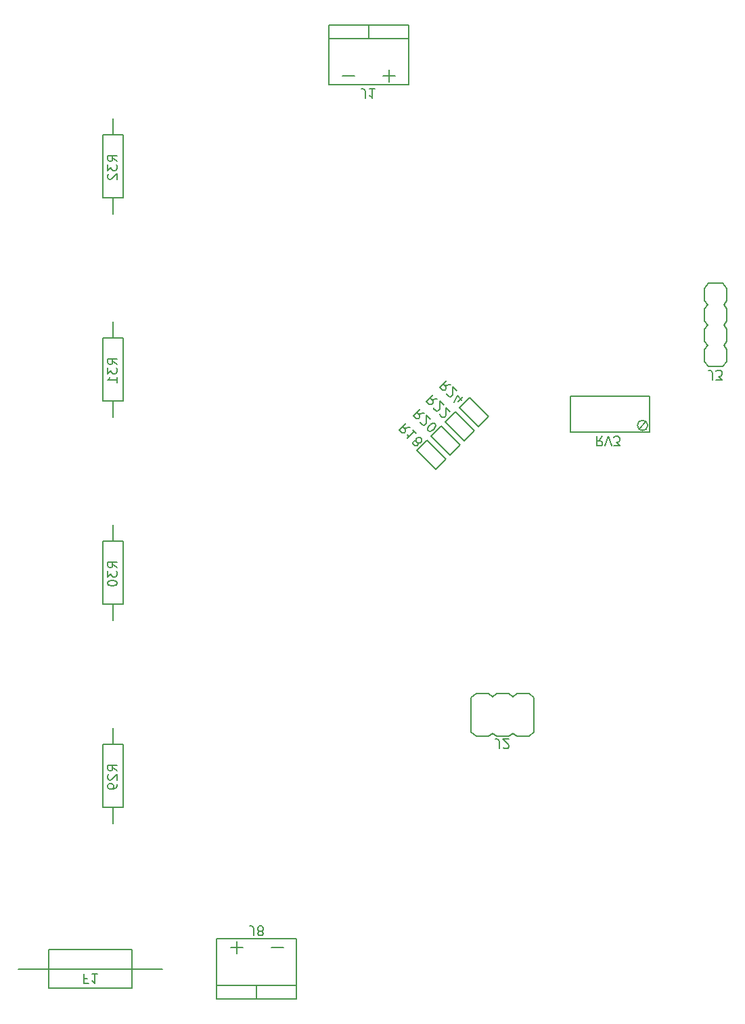
<source format=gbr>
G04 #@! TF.GenerationSoftware,KiCad,Pcbnew,(5.1.4)-1*
G04 #@! TF.CreationDate,2020-09-06T16:49:47-04:00*
G04 #@! TF.ProjectId,DC_LOAD_V02,44435f4c-4f41-4445-9f56-30322e6b6963,rev?*
G04 #@! TF.SameCoordinates,Original*
G04 #@! TF.FileFunction,Legend,Bot*
G04 #@! TF.FilePolarity,Positive*
%FSLAX46Y46*%
G04 Gerber Fmt 4.6, Leading zero omitted, Abs format (unit mm)*
G04 Created by KiCad (PCBNEW (5.1.4)-1) date 2020-09-06 16:49:47*
%MOMM*%
%LPD*%
G04 APERTURE LIST*
%ADD10C,0.150000*%
%ADD11C,0.200000*%
G04 APERTURE END LIST*
D10*
X233299000Y-148209000D02*
X233299000Y-143891000D01*
X233934000Y-148717000D02*
X233299000Y-148209000D01*
X235458000Y-148717000D02*
X233934000Y-148717000D01*
X235966000Y-148336000D02*
X235458000Y-148717000D01*
X236474000Y-148717000D02*
X235966000Y-148336000D01*
X237998000Y-148717000D02*
X236474000Y-148717000D01*
X238506000Y-148336000D02*
X237998000Y-148717000D01*
X239014000Y-148717000D02*
X238506000Y-148336000D01*
X240538000Y-148717000D02*
X239014000Y-148717000D01*
X241173000Y-148209000D02*
X240538000Y-148717000D01*
X241173000Y-143891000D02*
X241173000Y-148209000D01*
X240538000Y-143383000D02*
X241173000Y-143891000D01*
X239014000Y-143383000D02*
X240538000Y-143383000D01*
X238506000Y-143764000D02*
X239014000Y-143383000D01*
X237998000Y-143383000D02*
X238506000Y-143764000D01*
X236474000Y-143383000D02*
X237998000Y-143383000D01*
X235966000Y-143764000D02*
X236474000Y-143383000D01*
X235458000Y-143383000D02*
X235966000Y-143764000D01*
X233934000Y-143383000D02*
X235458000Y-143383000D01*
X233299000Y-143891000D02*
X233934000Y-143383000D01*
X262509000Y-92710000D02*
X263017000Y-92075000D01*
X262509000Y-94234000D02*
X262509000Y-92710000D01*
X262890000Y-94742000D02*
X262509000Y-94234000D01*
X262509000Y-95250000D02*
X262890000Y-94742000D01*
X262509000Y-96774000D02*
X262509000Y-95250000D01*
X262890000Y-97282000D02*
X262509000Y-96774000D01*
X262509000Y-97790000D02*
X262890000Y-97282000D01*
X262509000Y-99314000D02*
X262509000Y-97790000D01*
X262890000Y-99822000D02*
X262509000Y-99314000D01*
X262509000Y-100330000D02*
X262890000Y-99822000D01*
X262509000Y-101854000D02*
X262509000Y-100330000D01*
X263017000Y-102489000D02*
X262509000Y-101854000D01*
X264795000Y-102489000D02*
X263017000Y-102489000D01*
X265303000Y-101854000D02*
X264795000Y-102489000D01*
X265303000Y-100330000D02*
X265303000Y-101854000D01*
X264922000Y-99822000D02*
X265303000Y-100330000D01*
X265303000Y-99314000D02*
X264922000Y-99822000D01*
X265303000Y-97790000D02*
X265303000Y-99314000D01*
X264922000Y-97282000D02*
X265303000Y-97790000D01*
X265303000Y-96774000D02*
X264922000Y-97282000D01*
X265303000Y-95250000D02*
X265303000Y-96774000D01*
X264922000Y-94742000D02*
X265303000Y-95250000D01*
X265303000Y-94234000D02*
X264922000Y-94742000D01*
X265303000Y-92710000D02*
X265303000Y-94234000D01*
X264795000Y-92075000D02*
X265303000Y-92710000D01*
X263017000Y-92075000D02*
X264795000Y-92075000D01*
D11*
X236836000Y-150263142D02*
X236836000Y-149406000D01*
X236778857Y-149234571D01*
X236664571Y-149120285D01*
X236493142Y-149063142D01*
X236378857Y-149063142D01*
X237350285Y-150148857D02*
X237407428Y-150206000D01*
X237521714Y-150263142D01*
X237807428Y-150263142D01*
X237921714Y-150206000D01*
X237978857Y-150148857D01*
X238036000Y-150034571D01*
X238036000Y-149920285D01*
X237978857Y-149748857D01*
X237293142Y-149063142D01*
X238036000Y-149063142D01*
X249729714Y-111217142D02*
X249329714Y-111788571D01*
X249044000Y-111217142D02*
X249044000Y-112417142D01*
X249501142Y-112417142D01*
X249615428Y-112360000D01*
X249672571Y-112302857D01*
X249729714Y-112188571D01*
X249729714Y-112017142D01*
X249672571Y-111902857D01*
X249615428Y-111845714D01*
X249501142Y-111788571D01*
X249044000Y-111788571D01*
X250072571Y-112417142D02*
X250472571Y-111217142D01*
X250872571Y-112417142D01*
X251158285Y-112417142D02*
X251901142Y-112417142D01*
X251501142Y-111960000D01*
X251672571Y-111960000D01*
X251786857Y-111902857D01*
X251844000Y-111845714D01*
X251901142Y-111731428D01*
X251901142Y-111445714D01*
X251844000Y-111331428D01*
X251786857Y-111274285D01*
X251672571Y-111217142D01*
X251329714Y-111217142D01*
X251215428Y-111274285D01*
X251158285Y-111331428D01*
X263506000Y-104162142D02*
X263506000Y-103305000D01*
X263448857Y-103133571D01*
X263334571Y-103019285D01*
X263163142Y-102962142D01*
X263048857Y-102962142D01*
X263963142Y-104162142D02*
X264706000Y-104162142D01*
X264306000Y-103705000D01*
X264477428Y-103705000D01*
X264591714Y-103647857D01*
X264648857Y-103590714D01*
X264706000Y-103476428D01*
X264706000Y-103190714D01*
X264648857Y-103076428D01*
X264591714Y-103019285D01*
X264477428Y-102962142D01*
X264134571Y-102962142D01*
X264020285Y-103019285D01*
X263963142Y-103076428D01*
X220072000Y-68983142D02*
X220072000Y-68126000D01*
X220014857Y-67954571D01*
X219900571Y-67840285D01*
X219729142Y-67783142D01*
X219614857Y-67783142D01*
X221272000Y-67783142D02*
X220586285Y-67783142D01*
X220929142Y-67783142D02*
X220929142Y-68983142D01*
X220814857Y-68811714D01*
X220700571Y-68697428D01*
X220586285Y-68640285D01*
X206102000Y-173631142D02*
X206102000Y-172774000D01*
X206044857Y-172602571D01*
X205930571Y-172488285D01*
X205759142Y-172431142D01*
X205644857Y-172431142D01*
X206844857Y-173116857D02*
X206730571Y-173174000D01*
X206673428Y-173231142D01*
X206616285Y-173345428D01*
X206616285Y-173402571D01*
X206673428Y-173516857D01*
X206730571Y-173574000D01*
X206844857Y-173631142D01*
X207073428Y-173631142D01*
X207187714Y-173574000D01*
X207244857Y-173516857D01*
X207302000Y-173402571D01*
X207302000Y-173345428D01*
X207244857Y-173231142D01*
X207187714Y-173174000D01*
X207073428Y-173116857D01*
X206844857Y-173116857D01*
X206730571Y-173059714D01*
X206673428Y-173002571D01*
X206616285Y-172888285D01*
X206616285Y-172659714D01*
X206673428Y-172545428D01*
X206730571Y-172488285D01*
X206844857Y-172431142D01*
X207073428Y-172431142D01*
X207187714Y-172488285D01*
X207244857Y-172545428D01*
X207302000Y-172659714D01*
X207302000Y-172888285D01*
X207244857Y-173002571D01*
X207187714Y-173059714D01*
X207073428Y-173116857D01*
X218693904Y-66182857D02*
X217170095Y-66182857D01*
X222250095Y-66182857D02*
X223773904Y-66182857D01*
X223012000Y-66944761D02*
X223012000Y-65420952D01*
D10*
X220522800Y-59766200D02*
X220522800Y-61391800D01*
X215519000Y-61468000D02*
X225475800Y-61468000D01*
X225501200Y-59766200D02*
X215519000Y-59766200D01*
X225501200Y-67233800D02*
X225501200Y-59766200D01*
X215519000Y-67233800D02*
X225501200Y-67233800D01*
X215519000Y-59766200D02*
X215519000Y-67233800D01*
X254355600Y-110261400D02*
X255168400Y-109448600D01*
X255408578Y-109850619D02*
G75*
G03X255408578Y-109850619I-646578J0D01*
G01*
X255651000Y-106222800D02*
X245745000Y-106222800D01*
X255651000Y-110693200D02*
X255651000Y-106222800D01*
X245745000Y-110693200D02*
X255651000Y-110693200D01*
X245745000Y-106222800D02*
X245745000Y-110693200D01*
X206451200Y-179882800D02*
X206451200Y-181533800D01*
X201498200Y-179832000D02*
X211480400Y-179832000D01*
D11*
X204723904Y-175148857D02*
X203200095Y-175148857D01*
X203962000Y-175910761D02*
X203962000Y-174386952D01*
X208280095Y-175148857D02*
X209803904Y-175148857D01*
D10*
X211480400Y-174040800D02*
X201447400Y-174040800D01*
X211480400Y-181559200D02*
X211480400Y-174040800D01*
X201447400Y-181559200D02*
X211480400Y-181559200D01*
X201447400Y-174040800D02*
X201447400Y-181559200D01*
D11*
X185274000Y-179028714D02*
X184874000Y-179028714D01*
X184874000Y-178400142D02*
X184874000Y-179600142D01*
X185445428Y-179600142D01*
X186531142Y-178400142D02*
X185845428Y-178400142D01*
X186188285Y-178400142D02*
X186188285Y-179600142D01*
X186074000Y-179428714D01*
X185959714Y-179314428D01*
X185845428Y-179257285D01*
D10*
X180467000Y-177800000D02*
X190881000Y-177800000D01*
X190881000Y-180213000D02*
X180467000Y-180213000D01*
X190881000Y-177800000D02*
X190881000Y-180213000D01*
X180467000Y-180213000D02*
X180467000Y-177800000D01*
X190881000Y-175387000D02*
X190881000Y-177800000D01*
X180467000Y-175387000D02*
X190881000Y-175387000D01*
X180467000Y-177800000D02*
X180467000Y-175387000D01*
X194691000Y-177800000D02*
X190881000Y-177800000D01*
X176657000Y-177800000D02*
X180467000Y-177800000D01*
D11*
X189010857Y-76825571D02*
X188439428Y-76425571D01*
X189010857Y-76139857D02*
X187810857Y-76139857D01*
X187810857Y-76597000D01*
X187868000Y-76711285D01*
X187925142Y-76768428D01*
X188039428Y-76825571D01*
X188210857Y-76825571D01*
X188325142Y-76768428D01*
X188382285Y-76711285D01*
X188439428Y-76597000D01*
X188439428Y-76139857D01*
X187810857Y-77225571D02*
X187810857Y-77968428D01*
X188268000Y-77568428D01*
X188268000Y-77739857D01*
X188325142Y-77854142D01*
X188382285Y-77911285D01*
X188496571Y-77968428D01*
X188782285Y-77968428D01*
X188896571Y-77911285D01*
X188953714Y-77854142D01*
X189010857Y-77739857D01*
X189010857Y-77397000D01*
X188953714Y-77282714D01*
X188896571Y-77225571D01*
X187925142Y-78425571D02*
X187868000Y-78482714D01*
X187810857Y-78597000D01*
X187810857Y-78882714D01*
X187868000Y-78997000D01*
X187925142Y-79054142D01*
X188039428Y-79111285D01*
X188153714Y-79111285D01*
X188325142Y-79054142D01*
X189010857Y-78368428D01*
X189010857Y-79111285D01*
D10*
X188468000Y-73533000D02*
X187198000Y-73533000D01*
X188468000Y-83439000D02*
X188468000Y-81407000D01*
X188468000Y-73533000D02*
X189738000Y-73533000D01*
X188468000Y-81407000D02*
X189738000Y-81407000D01*
X188468000Y-81407000D02*
X187198000Y-81407000D01*
X189738000Y-73533000D02*
X189738000Y-81407000D01*
X188468000Y-73533000D02*
X188468000Y-71501000D01*
X187198000Y-81407000D02*
X187198000Y-73533000D01*
D11*
X189010857Y-153025571D02*
X188439428Y-152625571D01*
X189010857Y-152339857D02*
X187810857Y-152339857D01*
X187810857Y-152797000D01*
X187868000Y-152911285D01*
X187925142Y-152968428D01*
X188039428Y-153025571D01*
X188210857Y-153025571D01*
X188325142Y-152968428D01*
X188382285Y-152911285D01*
X188439428Y-152797000D01*
X188439428Y-152339857D01*
X187925142Y-153482714D02*
X187868000Y-153539857D01*
X187810857Y-153654142D01*
X187810857Y-153939857D01*
X187868000Y-154054142D01*
X187925142Y-154111285D01*
X188039428Y-154168428D01*
X188153714Y-154168428D01*
X188325142Y-154111285D01*
X189010857Y-153425571D01*
X189010857Y-154168428D01*
X189010857Y-154739857D02*
X189010857Y-154968428D01*
X188953714Y-155082714D01*
X188896571Y-155139857D01*
X188725142Y-155254142D01*
X188496571Y-155311285D01*
X188039428Y-155311285D01*
X187925142Y-155254142D01*
X187868000Y-155197000D01*
X187810857Y-155082714D01*
X187810857Y-154854142D01*
X187868000Y-154739857D01*
X187925142Y-154682714D01*
X188039428Y-154625571D01*
X188325142Y-154625571D01*
X188439428Y-154682714D01*
X188496571Y-154739857D01*
X188553714Y-154854142D01*
X188553714Y-155082714D01*
X188496571Y-155197000D01*
X188439428Y-155254142D01*
X188325142Y-155311285D01*
D10*
X188468000Y-149733000D02*
X187198000Y-149733000D01*
X188468000Y-159639000D02*
X188468000Y-157607000D01*
X188468000Y-149733000D02*
X189738000Y-149733000D01*
X188468000Y-157607000D02*
X189738000Y-157607000D01*
X188468000Y-157607000D02*
X187198000Y-157607000D01*
X189738000Y-149733000D02*
X189738000Y-157607000D01*
X188468000Y-149733000D02*
X188468000Y-147701000D01*
X187198000Y-157607000D02*
X187198000Y-149733000D01*
D11*
X189010857Y-127625571D02*
X188439428Y-127225571D01*
X189010857Y-126939857D02*
X187810857Y-126939857D01*
X187810857Y-127397000D01*
X187868000Y-127511285D01*
X187925142Y-127568428D01*
X188039428Y-127625571D01*
X188210857Y-127625571D01*
X188325142Y-127568428D01*
X188382285Y-127511285D01*
X188439428Y-127397000D01*
X188439428Y-126939857D01*
X187810857Y-128025571D02*
X187810857Y-128768428D01*
X188268000Y-128368428D01*
X188268000Y-128539857D01*
X188325142Y-128654142D01*
X188382285Y-128711285D01*
X188496571Y-128768428D01*
X188782285Y-128768428D01*
X188896571Y-128711285D01*
X188953714Y-128654142D01*
X189010857Y-128539857D01*
X189010857Y-128197000D01*
X188953714Y-128082714D01*
X188896571Y-128025571D01*
X187810857Y-129511285D02*
X187810857Y-129625571D01*
X187868000Y-129739857D01*
X187925142Y-129797000D01*
X188039428Y-129854142D01*
X188268000Y-129911285D01*
X188553714Y-129911285D01*
X188782285Y-129854142D01*
X188896571Y-129797000D01*
X188953714Y-129739857D01*
X189010857Y-129625571D01*
X189010857Y-129511285D01*
X188953714Y-129397000D01*
X188896571Y-129339857D01*
X188782285Y-129282714D01*
X188553714Y-129225571D01*
X188268000Y-129225571D01*
X188039428Y-129282714D01*
X187925142Y-129339857D01*
X187868000Y-129397000D01*
X187810857Y-129511285D01*
D10*
X188468000Y-124333000D02*
X187198000Y-124333000D01*
X188468000Y-134239000D02*
X188468000Y-132207000D01*
X188468000Y-124333000D02*
X189738000Y-124333000D01*
X188468000Y-132207000D02*
X189738000Y-132207000D01*
X188468000Y-132207000D02*
X187198000Y-132207000D01*
X189738000Y-124333000D02*
X189738000Y-132207000D01*
X188468000Y-124333000D02*
X188468000Y-122301000D01*
X187198000Y-132207000D02*
X187198000Y-124333000D01*
D11*
X189010857Y-102225571D02*
X188439428Y-101825571D01*
X189010857Y-101539857D02*
X187810857Y-101539857D01*
X187810857Y-101997000D01*
X187868000Y-102111285D01*
X187925142Y-102168428D01*
X188039428Y-102225571D01*
X188210857Y-102225571D01*
X188325142Y-102168428D01*
X188382285Y-102111285D01*
X188439428Y-101997000D01*
X188439428Y-101539857D01*
X187810857Y-102625571D02*
X187810857Y-103368428D01*
X188268000Y-102968428D01*
X188268000Y-103139857D01*
X188325142Y-103254142D01*
X188382285Y-103311285D01*
X188496571Y-103368428D01*
X188782285Y-103368428D01*
X188896571Y-103311285D01*
X188953714Y-103254142D01*
X189010857Y-103139857D01*
X189010857Y-102797000D01*
X188953714Y-102682714D01*
X188896571Y-102625571D01*
X189010857Y-104511285D02*
X189010857Y-103825571D01*
X189010857Y-104168428D02*
X187810857Y-104168428D01*
X187982285Y-104054142D01*
X188096571Y-103939857D01*
X188153714Y-103825571D01*
D10*
X188468000Y-106807000D02*
X187198000Y-106807000D01*
X188468000Y-98933000D02*
X187198000Y-98933000D01*
X187198000Y-106807000D02*
X187198000Y-98933000D01*
X188468000Y-106807000D02*
X189738000Y-106807000D01*
X189738000Y-98933000D02*
X189738000Y-106807000D01*
X188468000Y-98933000D02*
X189738000Y-98933000D01*
X188468000Y-98933000D02*
X188468000Y-96901000D01*
X188468000Y-108839000D02*
X188468000Y-106807000D01*
X230142051Y-114076815D02*
X227807185Y-111741949D01*
X228884815Y-115334051D02*
X230142051Y-114076815D01*
X226549949Y-112999185D02*
X228884815Y-115334051D01*
X227807185Y-111741949D02*
X226549949Y-112999185D01*
X228327949Y-111221185D02*
X230662815Y-113556051D01*
X229585185Y-109963949D02*
X228327949Y-111221185D01*
X231920051Y-112298815D02*
X229585185Y-109963949D01*
X230662815Y-113556051D02*
X231920051Y-112298815D01*
X232440815Y-111778051D02*
X233698051Y-110520815D01*
X233698051Y-110520815D02*
X231363185Y-108185949D01*
X231363185Y-108185949D02*
X230105949Y-109443185D01*
X230105949Y-109443185D02*
X232440815Y-111778051D01*
X234218815Y-110000051D02*
X235476051Y-108742815D01*
X235476051Y-108742815D02*
X233141185Y-106407949D01*
X233141185Y-106407949D02*
X231883949Y-107665185D01*
X231883949Y-107665185D02*
X234218815Y-110000051D01*
D11*
X225644375Y-110068659D02*
X224957471Y-110189877D01*
X225159502Y-109583786D02*
X224310974Y-110432314D01*
X224634223Y-110755563D01*
X224755441Y-110795969D01*
X224836253Y-110795969D01*
X224957471Y-110755563D01*
X225078690Y-110634345D01*
X225119096Y-110513126D01*
X225119096Y-110432314D01*
X225078690Y-110311096D01*
X224755441Y-109987847D01*
X226452497Y-110876781D02*
X225967624Y-110391908D01*
X226210061Y-110634345D02*
X225361532Y-111482873D01*
X225401938Y-111280842D01*
X225401938Y-111119218D01*
X225361532Y-110997999D01*
X226452497Y-111846528D02*
X226331279Y-111806122D01*
X226250467Y-111806122D01*
X226129248Y-111846528D01*
X226088842Y-111886934D01*
X226048436Y-112008152D01*
X226048436Y-112088964D01*
X226088842Y-112210183D01*
X226250467Y-112371807D01*
X226371685Y-112412213D01*
X226452497Y-112412213D01*
X226573715Y-112371807D01*
X226614122Y-112331401D01*
X226654528Y-112210183D01*
X226654528Y-112129370D01*
X226614122Y-112008152D01*
X226452497Y-111846528D01*
X226412091Y-111725309D01*
X226412091Y-111644497D01*
X226452497Y-111523279D01*
X226614122Y-111361654D01*
X226735340Y-111321248D01*
X226816152Y-111321248D01*
X226937370Y-111361654D01*
X227098995Y-111523279D01*
X227139401Y-111644497D01*
X227139401Y-111725309D01*
X227098995Y-111846528D01*
X226937370Y-112008152D01*
X226816152Y-112048558D01*
X226735340Y-112048558D01*
X226614122Y-112008152D01*
X227422375Y-108290659D02*
X226735471Y-108411877D01*
X226937502Y-107805786D02*
X226088974Y-108654314D01*
X226412223Y-108977563D01*
X226533441Y-109017969D01*
X226614253Y-109017969D01*
X226735471Y-108977563D01*
X226856690Y-108856345D01*
X226897096Y-108735126D01*
X226897096Y-108654314D01*
X226856690Y-108533096D01*
X226533441Y-108209847D01*
X226977908Y-109381624D02*
X226977908Y-109462436D01*
X227018314Y-109583654D01*
X227220345Y-109785685D01*
X227341563Y-109826091D01*
X227422375Y-109826091D01*
X227543593Y-109785685D01*
X227624406Y-109704873D01*
X227705218Y-109543248D01*
X227705218Y-108573502D01*
X228230497Y-109098781D01*
X227907248Y-110472589D02*
X227988061Y-110553401D01*
X228109279Y-110593807D01*
X228190091Y-110593807D01*
X228311309Y-110553401D01*
X228513340Y-110432183D01*
X228715370Y-110230152D01*
X228836589Y-110028122D01*
X228876995Y-109906903D01*
X228876995Y-109826091D01*
X228836589Y-109704873D01*
X228755776Y-109624061D01*
X228634558Y-109583654D01*
X228553746Y-109583654D01*
X228432528Y-109624061D01*
X228230497Y-109745279D01*
X228028467Y-109947309D01*
X227907248Y-110149340D01*
X227866842Y-110270558D01*
X227866842Y-110351370D01*
X227907248Y-110472589D01*
X229073375Y-106512659D02*
X228386471Y-106633877D01*
X228588502Y-106027786D02*
X227739974Y-106876314D01*
X228063223Y-107199563D01*
X228184441Y-107239969D01*
X228265253Y-107239969D01*
X228386471Y-107199563D01*
X228507690Y-107078345D01*
X228548096Y-106957126D01*
X228548096Y-106876314D01*
X228507690Y-106755096D01*
X228184441Y-106431847D01*
X228628908Y-107603624D02*
X228628908Y-107684436D01*
X228669314Y-107805654D01*
X228871345Y-108007685D01*
X228992563Y-108048091D01*
X229073375Y-108048091D01*
X229194593Y-108007685D01*
X229275406Y-107926873D01*
X229356218Y-107765248D01*
X229356218Y-106795502D01*
X229881497Y-107320781D01*
X229437030Y-108411746D02*
X229437030Y-108492558D01*
X229477436Y-108613776D01*
X229679467Y-108815807D01*
X229800685Y-108856213D01*
X229881497Y-108856213D01*
X230002715Y-108815807D01*
X230083528Y-108734995D01*
X230164340Y-108573370D01*
X230164340Y-107603624D01*
X230689619Y-108128903D01*
X230724375Y-104734659D02*
X230037471Y-104855877D01*
X230239502Y-104249786D02*
X229390974Y-105098314D01*
X229714223Y-105421563D01*
X229835441Y-105461969D01*
X229916253Y-105461969D01*
X230037471Y-105421563D01*
X230158690Y-105300345D01*
X230199096Y-105179126D01*
X230199096Y-105098314D01*
X230158690Y-104977096D01*
X229835441Y-104653847D01*
X230279908Y-105825624D02*
X230279908Y-105906436D01*
X230320314Y-106027654D01*
X230522345Y-106229685D01*
X230643563Y-106270091D01*
X230724375Y-106270091D01*
X230845593Y-106229685D01*
X230926406Y-106148873D01*
X231007218Y-105987248D01*
X231007218Y-105017502D01*
X231532497Y-105542781D01*
X231694122Y-106835776D02*
X232259807Y-106270091D01*
X231168842Y-106956995D02*
X231572903Y-106148873D01*
X232098183Y-106674152D01*
M02*

</source>
